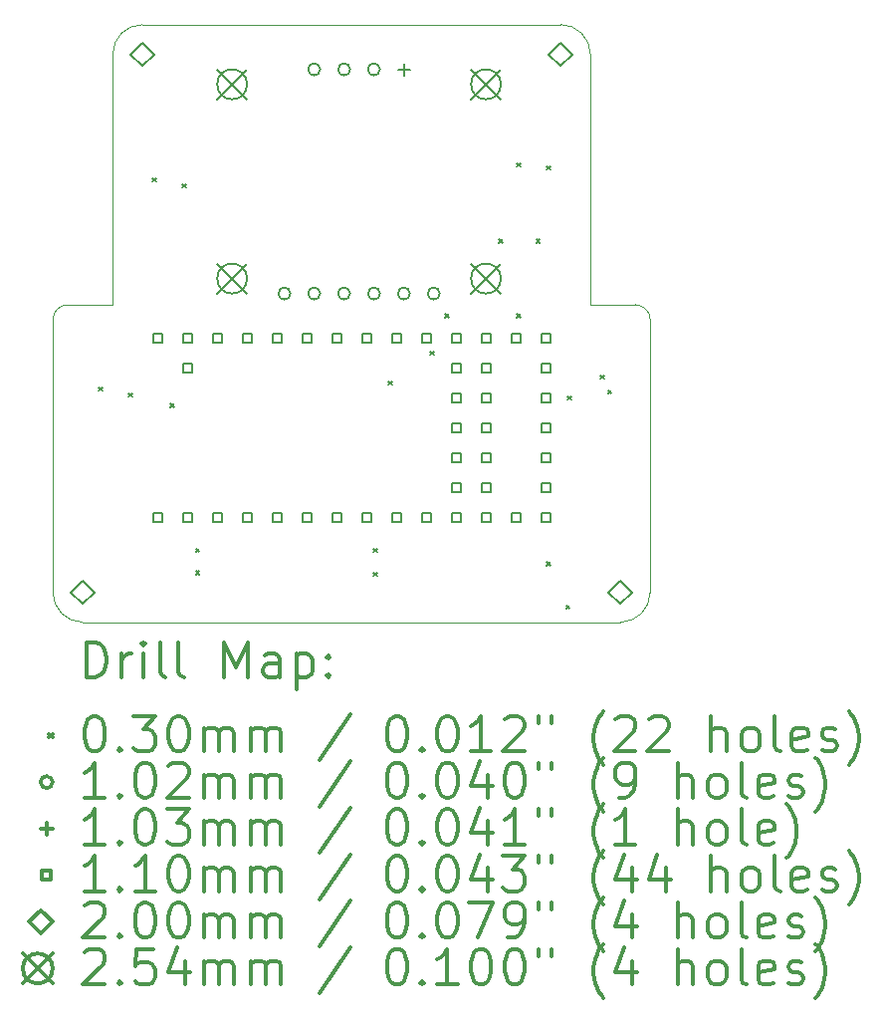
<source format=gbr>
%FSLAX45Y45*%
G04 Gerber Fmt 4.5, Leading zero omitted, Abs format (unit mm)*
G04 Created by KiCad (PCBNEW (5.1.9)-1) date 2021-04-18 01:51:20*
%MOMM*%
%LPD*%
G01*
G04 APERTURE LIST*
%TA.AperFunction,Profile*%
%ADD10C,0.050000*%
%TD*%
%ADD11C,0.200000*%
%ADD12C,0.300000*%
G04 APERTURE END LIST*
D10*
X12954000Y-7842250D02*
X12954000Y-10160000D01*
X8382000Y-7715250D02*
X8382000Y-5588000D01*
X12700000Y-10414000D02*
X8128000Y-10414000D01*
X12827000Y-7715250D02*
G75*
G02*
X12954000Y-7842250I0J-127000D01*
G01*
X8382000Y-5588000D02*
G75*
G02*
X8636000Y-5334000I254000J0D01*
G01*
X12446000Y-5588000D02*
X12446000Y-7715250D01*
X7874000Y-10160000D02*
X7874000Y-7842250D01*
X12192000Y-5334000D02*
G75*
G02*
X12446000Y-5588000I0J-254000D01*
G01*
X8001000Y-7715250D02*
X8382000Y-7715250D01*
X8128000Y-10414000D02*
G75*
G02*
X7874000Y-10160000I0J254000D01*
G01*
X12446000Y-7715250D02*
X12827000Y-7715250D01*
X7874000Y-7842250D02*
G75*
G02*
X8001000Y-7715250I127000J0D01*
G01*
X8636000Y-5334000D02*
X12192000Y-5334000D01*
X12954000Y-10160000D02*
G75*
G02*
X12700000Y-10414000I-254000J0D01*
G01*
D11*
X8265400Y-8417800D02*
X8295400Y-8447800D01*
X8295400Y-8417800D02*
X8265400Y-8447800D01*
X8519400Y-8468600D02*
X8549400Y-8498600D01*
X8549400Y-8468600D02*
X8519400Y-8498600D01*
X8722600Y-6639800D02*
X8752600Y-6669800D01*
X8752600Y-6639800D02*
X8722600Y-6669800D01*
X8875000Y-8557500D02*
X8905000Y-8587500D01*
X8905000Y-8557500D02*
X8875000Y-8587500D01*
X8974716Y-6690600D02*
X9004716Y-6720600D01*
X9004716Y-6690600D02*
X8974716Y-6720600D01*
X9090900Y-9979900D02*
X9120900Y-10009900D01*
X9120900Y-9979900D02*
X9090900Y-10009900D01*
X9090901Y-9789400D02*
X9120901Y-9819400D01*
X9120901Y-9789400D02*
X9090901Y-9819400D01*
X10602200Y-9789400D02*
X10632200Y-9819400D01*
X10632200Y-9789400D02*
X10602200Y-9819400D01*
X10602200Y-9992600D02*
X10632200Y-10022600D01*
X10632200Y-9992600D02*
X10602200Y-10022600D01*
X10729200Y-8365100D02*
X10759200Y-8395100D01*
X10759200Y-8365100D02*
X10729200Y-8395100D01*
X11084800Y-8113000D02*
X11114800Y-8143000D01*
X11114800Y-8113000D02*
X11084800Y-8143000D01*
X11211800Y-7795500D02*
X11241800Y-7825500D01*
X11241800Y-7795500D02*
X11211800Y-7825500D01*
X11669000Y-7160500D02*
X11699000Y-7190500D01*
X11699000Y-7160500D02*
X11669000Y-7190500D01*
X11821400Y-6512800D02*
X11851400Y-6542800D01*
X11851400Y-6512800D02*
X11821400Y-6542800D01*
X11821400Y-7795500D02*
X11851400Y-7825500D01*
X11851400Y-7795500D02*
X11821400Y-7825500D01*
X11986500Y-7160500D02*
X12016500Y-7190500D01*
X12016500Y-7160500D02*
X11986500Y-7190500D01*
X12075400Y-6538200D02*
X12105400Y-6568200D01*
X12105400Y-6538200D02*
X12075400Y-6568200D01*
X12075400Y-9903699D02*
X12105400Y-9933699D01*
X12105400Y-9903699D02*
X12075400Y-9933699D01*
X12240501Y-10272000D02*
X12270501Y-10302000D01*
X12270501Y-10272000D02*
X12240501Y-10302000D01*
X12253200Y-8494000D02*
X12283200Y-8524000D01*
X12283200Y-8494000D02*
X12253200Y-8524000D01*
X12532600Y-8316200D02*
X12562600Y-8346200D01*
X12562600Y-8316200D02*
X12532600Y-8346200D01*
X12596100Y-8443200D02*
X12626100Y-8473200D01*
X12626100Y-8443200D02*
X12596100Y-8473200D01*
X9894000Y-7620000D02*
G75*
G03*
X9894000Y-7620000I-51000J0D01*
G01*
X10147000Y-5715000D02*
G75*
G03*
X10147000Y-5715000I-51000J0D01*
G01*
X10147000Y-7620000D02*
G75*
G03*
X10147000Y-7620000I-51000J0D01*
G01*
X10401000Y-7620000D02*
G75*
G03*
X10401000Y-7620000I-51000J0D01*
G01*
X10402000Y-5715000D02*
G75*
G03*
X10402000Y-5715000I-51000J0D01*
G01*
X10655000Y-5715000D02*
G75*
G03*
X10655000Y-5715000I-51000J0D01*
G01*
X10656000Y-7620000D02*
G75*
G03*
X10656000Y-7620000I-51000J0D01*
G01*
X10910000Y-7620000D02*
G75*
G03*
X10910000Y-7620000I-51000J0D01*
G01*
X11164000Y-7620000D02*
G75*
G03*
X11164000Y-7620000I-51000J0D01*
G01*
X10859000Y-5663500D02*
X10859000Y-5766500D01*
X10807500Y-5715000D02*
X10910500Y-5715000D01*
X8801891Y-8039891D02*
X8801891Y-7962109D01*
X8724109Y-7962109D01*
X8724109Y-8039891D01*
X8801891Y-8039891D01*
X8801891Y-9563891D02*
X8801891Y-9486109D01*
X8724109Y-9486109D01*
X8724109Y-9563891D01*
X8801891Y-9563891D01*
X9055891Y-8039891D02*
X9055891Y-7962109D01*
X8978109Y-7962109D01*
X8978109Y-8039891D01*
X9055891Y-8039891D01*
X9055891Y-8293891D02*
X9055891Y-8216109D01*
X8978109Y-8216109D01*
X8978109Y-8293891D01*
X9055891Y-8293891D01*
X9055891Y-9563891D02*
X9055891Y-9486109D01*
X8978109Y-9486109D01*
X8978109Y-9563891D01*
X9055891Y-9563891D01*
X9309891Y-8039891D02*
X9309891Y-7962109D01*
X9232109Y-7962109D01*
X9232109Y-8039891D01*
X9309891Y-8039891D01*
X9309891Y-9563891D02*
X9309891Y-9486109D01*
X9232109Y-9486109D01*
X9232109Y-9563891D01*
X9309891Y-9563891D01*
X9563891Y-8039891D02*
X9563891Y-7962109D01*
X9486109Y-7962109D01*
X9486109Y-8039891D01*
X9563891Y-8039891D01*
X9563891Y-9563891D02*
X9563891Y-9486109D01*
X9486109Y-9486109D01*
X9486109Y-9563891D01*
X9563891Y-9563891D01*
X9817891Y-8039891D02*
X9817891Y-7962109D01*
X9740109Y-7962109D01*
X9740109Y-8039891D01*
X9817891Y-8039891D01*
X9817891Y-9563891D02*
X9817891Y-9486109D01*
X9740109Y-9486109D01*
X9740109Y-9563891D01*
X9817891Y-9563891D01*
X10071891Y-8039891D02*
X10071891Y-7962109D01*
X9994109Y-7962109D01*
X9994109Y-8039891D01*
X10071891Y-8039891D01*
X10071891Y-9563891D02*
X10071891Y-9486109D01*
X9994109Y-9486109D01*
X9994109Y-9563891D01*
X10071891Y-9563891D01*
X10325891Y-8039891D02*
X10325891Y-7962109D01*
X10248109Y-7962109D01*
X10248109Y-8039891D01*
X10325891Y-8039891D01*
X10325891Y-9563891D02*
X10325891Y-9486109D01*
X10248109Y-9486109D01*
X10248109Y-9563891D01*
X10325891Y-9563891D01*
X10579891Y-8039891D02*
X10579891Y-7962109D01*
X10502109Y-7962109D01*
X10502109Y-8039891D01*
X10579891Y-8039891D01*
X10579891Y-9563891D02*
X10579891Y-9486109D01*
X10502109Y-9486109D01*
X10502109Y-9563891D01*
X10579891Y-9563891D01*
X10833891Y-8039891D02*
X10833891Y-7962109D01*
X10756109Y-7962109D01*
X10756109Y-8039891D01*
X10833891Y-8039891D01*
X10833891Y-9563891D02*
X10833891Y-9486109D01*
X10756109Y-9486109D01*
X10756109Y-9563891D01*
X10833891Y-9563891D01*
X11087891Y-8039891D02*
X11087891Y-7962109D01*
X11010109Y-7962109D01*
X11010109Y-8039891D01*
X11087891Y-8039891D01*
X11087891Y-9563891D02*
X11087891Y-9486109D01*
X11010109Y-9486109D01*
X11010109Y-9563891D01*
X11087891Y-9563891D01*
X11341891Y-8039891D02*
X11341891Y-7962109D01*
X11264109Y-7962109D01*
X11264109Y-8039891D01*
X11341891Y-8039891D01*
X11341891Y-8293891D02*
X11341891Y-8216109D01*
X11264109Y-8216109D01*
X11264109Y-8293891D01*
X11341891Y-8293891D01*
X11341891Y-8547891D02*
X11341891Y-8470109D01*
X11264109Y-8470109D01*
X11264109Y-8547891D01*
X11341891Y-8547891D01*
X11341891Y-8801891D02*
X11341891Y-8724109D01*
X11264109Y-8724109D01*
X11264109Y-8801891D01*
X11341891Y-8801891D01*
X11341891Y-9055891D02*
X11341891Y-8978109D01*
X11264109Y-8978109D01*
X11264109Y-9055891D01*
X11341891Y-9055891D01*
X11341891Y-9309891D02*
X11341891Y-9232109D01*
X11264109Y-9232109D01*
X11264109Y-9309891D01*
X11341891Y-9309891D01*
X11341891Y-9563891D02*
X11341891Y-9486109D01*
X11264109Y-9486109D01*
X11264109Y-9563891D01*
X11341891Y-9563891D01*
X11595891Y-8039891D02*
X11595891Y-7962109D01*
X11518109Y-7962109D01*
X11518109Y-8039891D01*
X11595891Y-8039891D01*
X11595891Y-8293891D02*
X11595891Y-8216109D01*
X11518109Y-8216109D01*
X11518109Y-8293891D01*
X11595891Y-8293891D01*
X11595891Y-8547891D02*
X11595891Y-8470109D01*
X11518109Y-8470109D01*
X11518109Y-8547891D01*
X11595891Y-8547891D01*
X11595891Y-8801891D02*
X11595891Y-8724109D01*
X11518109Y-8724109D01*
X11518109Y-8801891D01*
X11595891Y-8801891D01*
X11595891Y-9055891D02*
X11595891Y-8978109D01*
X11518109Y-8978109D01*
X11518109Y-9055891D01*
X11595891Y-9055891D01*
X11595891Y-9309891D02*
X11595891Y-9232109D01*
X11518109Y-9232109D01*
X11518109Y-9309891D01*
X11595891Y-9309891D01*
X11595891Y-9563891D02*
X11595891Y-9486109D01*
X11518109Y-9486109D01*
X11518109Y-9563891D01*
X11595891Y-9563891D01*
X11849891Y-8039891D02*
X11849891Y-7962109D01*
X11772109Y-7962109D01*
X11772109Y-8039891D01*
X11849891Y-8039891D01*
X11849891Y-9563891D02*
X11849891Y-9486109D01*
X11772109Y-9486109D01*
X11772109Y-9563891D01*
X11849891Y-9563891D01*
X12103891Y-8039891D02*
X12103891Y-7962109D01*
X12026109Y-7962109D01*
X12026109Y-8039891D01*
X12103891Y-8039891D01*
X12103891Y-8293891D02*
X12103891Y-8216109D01*
X12026109Y-8216109D01*
X12026109Y-8293891D01*
X12103891Y-8293891D01*
X12103891Y-8547891D02*
X12103891Y-8470109D01*
X12026109Y-8470109D01*
X12026109Y-8547891D01*
X12103891Y-8547891D01*
X12103891Y-8801891D02*
X12103891Y-8724109D01*
X12026109Y-8724109D01*
X12026109Y-8801891D01*
X12103891Y-8801891D01*
X12103891Y-9055891D02*
X12103891Y-8978109D01*
X12026109Y-8978109D01*
X12026109Y-9055891D01*
X12103891Y-9055891D01*
X12103891Y-9309891D02*
X12103891Y-9232109D01*
X12026109Y-9232109D01*
X12026109Y-9309891D01*
X12103891Y-9309891D01*
X12103891Y-9563891D02*
X12103891Y-9486109D01*
X12026109Y-9486109D01*
X12026109Y-9563891D01*
X12103891Y-9563891D01*
X8128000Y-10260000D02*
X8228000Y-10160000D01*
X8128000Y-10060000D01*
X8028000Y-10160000D01*
X8128000Y-10260000D01*
X8636000Y-5688000D02*
X8736000Y-5588000D01*
X8636000Y-5488000D01*
X8536000Y-5588000D01*
X8636000Y-5688000D01*
X12192000Y-5688000D02*
X12292000Y-5588000D01*
X12192000Y-5488000D01*
X12092000Y-5588000D01*
X12192000Y-5688000D01*
X12700000Y-10260000D02*
X12800000Y-10160000D01*
X12700000Y-10060000D01*
X12600000Y-10160000D01*
X12700000Y-10260000D01*
X9271000Y-5715000D02*
X9525000Y-5969000D01*
X9525000Y-5715000D02*
X9271000Y-5969000D01*
X9525000Y-5842000D02*
G75*
G03*
X9525000Y-5842000I-127000J0D01*
G01*
X9271000Y-7366000D02*
X9525000Y-7620000D01*
X9525000Y-7366000D02*
X9271000Y-7620000D01*
X9525000Y-7493000D02*
G75*
G03*
X9525000Y-7493000I-127000J0D01*
G01*
X11430000Y-5715000D02*
X11684000Y-5969000D01*
X11684000Y-5715000D02*
X11430000Y-5969000D01*
X11684000Y-5842000D02*
G75*
G03*
X11684000Y-5842000I-127000J0D01*
G01*
X11430000Y-7366000D02*
X11684000Y-7620000D01*
X11684000Y-7366000D02*
X11430000Y-7620000D01*
X11684000Y-7493000D02*
G75*
G03*
X11684000Y-7493000I-127000J0D01*
G01*
D12*
X8157928Y-10882214D02*
X8157928Y-10582214D01*
X8229357Y-10582214D01*
X8272214Y-10596500D01*
X8300786Y-10625072D01*
X8315071Y-10653643D01*
X8329357Y-10710786D01*
X8329357Y-10753643D01*
X8315071Y-10810786D01*
X8300786Y-10839357D01*
X8272214Y-10867929D01*
X8229357Y-10882214D01*
X8157928Y-10882214D01*
X8457929Y-10882214D02*
X8457929Y-10682214D01*
X8457929Y-10739357D02*
X8472214Y-10710786D01*
X8486500Y-10696500D01*
X8515071Y-10682214D01*
X8543643Y-10682214D01*
X8643643Y-10882214D02*
X8643643Y-10682214D01*
X8643643Y-10582214D02*
X8629357Y-10596500D01*
X8643643Y-10610786D01*
X8657929Y-10596500D01*
X8643643Y-10582214D01*
X8643643Y-10610786D01*
X8829357Y-10882214D02*
X8800786Y-10867929D01*
X8786500Y-10839357D01*
X8786500Y-10582214D01*
X8986500Y-10882214D02*
X8957929Y-10867929D01*
X8943643Y-10839357D01*
X8943643Y-10582214D01*
X9329357Y-10882214D02*
X9329357Y-10582214D01*
X9429357Y-10796500D01*
X9529357Y-10582214D01*
X9529357Y-10882214D01*
X9800786Y-10882214D02*
X9800786Y-10725072D01*
X9786500Y-10696500D01*
X9757929Y-10682214D01*
X9700786Y-10682214D01*
X9672214Y-10696500D01*
X9800786Y-10867929D02*
X9772214Y-10882214D01*
X9700786Y-10882214D01*
X9672214Y-10867929D01*
X9657929Y-10839357D01*
X9657929Y-10810786D01*
X9672214Y-10782214D01*
X9700786Y-10767929D01*
X9772214Y-10767929D01*
X9800786Y-10753643D01*
X9943643Y-10682214D02*
X9943643Y-10982214D01*
X9943643Y-10696500D02*
X9972214Y-10682214D01*
X10029357Y-10682214D01*
X10057929Y-10696500D01*
X10072214Y-10710786D01*
X10086500Y-10739357D01*
X10086500Y-10825072D01*
X10072214Y-10853643D01*
X10057929Y-10867929D01*
X10029357Y-10882214D01*
X9972214Y-10882214D01*
X9943643Y-10867929D01*
X10215071Y-10853643D02*
X10229357Y-10867929D01*
X10215071Y-10882214D01*
X10200786Y-10867929D01*
X10215071Y-10853643D01*
X10215071Y-10882214D01*
X10215071Y-10696500D02*
X10229357Y-10710786D01*
X10215071Y-10725072D01*
X10200786Y-10710786D01*
X10215071Y-10696500D01*
X10215071Y-10725072D01*
X7841500Y-11361500D02*
X7871500Y-11391500D01*
X7871500Y-11361500D02*
X7841500Y-11391500D01*
X8215071Y-11212214D02*
X8243643Y-11212214D01*
X8272214Y-11226500D01*
X8286500Y-11240786D01*
X8300786Y-11269357D01*
X8315071Y-11326500D01*
X8315071Y-11397929D01*
X8300786Y-11455071D01*
X8286500Y-11483643D01*
X8272214Y-11497929D01*
X8243643Y-11512214D01*
X8215071Y-11512214D01*
X8186500Y-11497929D01*
X8172214Y-11483643D01*
X8157928Y-11455071D01*
X8143643Y-11397929D01*
X8143643Y-11326500D01*
X8157928Y-11269357D01*
X8172214Y-11240786D01*
X8186500Y-11226500D01*
X8215071Y-11212214D01*
X8443643Y-11483643D02*
X8457929Y-11497929D01*
X8443643Y-11512214D01*
X8429357Y-11497929D01*
X8443643Y-11483643D01*
X8443643Y-11512214D01*
X8557929Y-11212214D02*
X8743643Y-11212214D01*
X8643643Y-11326500D01*
X8686500Y-11326500D01*
X8715071Y-11340786D01*
X8729357Y-11355071D01*
X8743643Y-11383643D01*
X8743643Y-11455071D01*
X8729357Y-11483643D01*
X8715071Y-11497929D01*
X8686500Y-11512214D01*
X8600786Y-11512214D01*
X8572214Y-11497929D01*
X8557929Y-11483643D01*
X8929357Y-11212214D02*
X8957929Y-11212214D01*
X8986500Y-11226500D01*
X9000786Y-11240786D01*
X9015071Y-11269357D01*
X9029357Y-11326500D01*
X9029357Y-11397929D01*
X9015071Y-11455071D01*
X9000786Y-11483643D01*
X8986500Y-11497929D01*
X8957929Y-11512214D01*
X8929357Y-11512214D01*
X8900786Y-11497929D01*
X8886500Y-11483643D01*
X8872214Y-11455071D01*
X8857929Y-11397929D01*
X8857929Y-11326500D01*
X8872214Y-11269357D01*
X8886500Y-11240786D01*
X8900786Y-11226500D01*
X8929357Y-11212214D01*
X9157929Y-11512214D02*
X9157929Y-11312214D01*
X9157929Y-11340786D02*
X9172214Y-11326500D01*
X9200786Y-11312214D01*
X9243643Y-11312214D01*
X9272214Y-11326500D01*
X9286500Y-11355071D01*
X9286500Y-11512214D01*
X9286500Y-11355071D02*
X9300786Y-11326500D01*
X9329357Y-11312214D01*
X9372214Y-11312214D01*
X9400786Y-11326500D01*
X9415071Y-11355071D01*
X9415071Y-11512214D01*
X9557929Y-11512214D02*
X9557929Y-11312214D01*
X9557929Y-11340786D02*
X9572214Y-11326500D01*
X9600786Y-11312214D01*
X9643643Y-11312214D01*
X9672214Y-11326500D01*
X9686500Y-11355071D01*
X9686500Y-11512214D01*
X9686500Y-11355071D02*
X9700786Y-11326500D01*
X9729357Y-11312214D01*
X9772214Y-11312214D01*
X9800786Y-11326500D01*
X9815071Y-11355071D01*
X9815071Y-11512214D01*
X10400786Y-11197929D02*
X10143643Y-11583643D01*
X10786500Y-11212214D02*
X10815071Y-11212214D01*
X10843643Y-11226500D01*
X10857929Y-11240786D01*
X10872214Y-11269357D01*
X10886500Y-11326500D01*
X10886500Y-11397929D01*
X10872214Y-11455071D01*
X10857929Y-11483643D01*
X10843643Y-11497929D01*
X10815071Y-11512214D01*
X10786500Y-11512214D01*
X10757929Y-11497929D01*
X10743643Y-11483643D01*
X10729357Y-11455071D01*
X10715071Y-11397929D01*
X10715071Y-11326500D01*
X10729357Y-11269357D01*
X10743643Y-11240786D01*
X10757929Y-11226500D01*
X10786500Y-11212214D01*
X11015071Y-11483643D02*
X11029357Y-11497929D01*
X11015071Y-11512214D01*
X11000786Y-11497929D01*
X11015071Y-11483643D01*
X11015071Y-11512214D01*
X11215071Y-11212214D02*
X11243643Y-11212214D01*
X11272214Y-11226500D01*
X11286500Y-11240786D01*
X11300786Y-11269357D01*
X11315071Y-11326500D01*
X11315071Y-11397929D01*
X11300786Y-11455071D01*
X11286500Y-11483643D01*
X11272214Y-11497929D01*
X11243643Y-11512214D01*
X11215071Y-11512214D01*
X11186500Y-11497929D01*
X11172214Y-11483643D01*
X11157929Y-11455071D01*
X11143643Y-11397929D01*
X11143643Y-11326500D01*
X11157929Y-11269357D01*
X11172214Y-11240786D01*
X11186500Y-11226500D01*
X11215071Y-11212214D01*
X11600786Y-11512214D02*
X11429357Y-11512214D01*
X11515071Y-11512214D02*
X11515071Y-11212214D01*
X11486500Y-11255071D01*
X11457928Y-11283643D01*
X11429357Y-11297929D01*
X11715071Y-11240786D02*
X11729357Y-11226500D01*
X11757928Y-11212214D01*
X11829357Y-11212214D01*
X11857928Y-11226500D01*
X11872214Y-11240786D01*
X11886500Y-11269357D01*
X11886500Y-11297929D01*
X11872214Y-11340786D01*
X11700786Y-11512214D01*
X11886500Y-11512214D01*
X12000786Y-11212214D02*
X12000786Y-11269357D01*
X12115071Y-11212214D02*
X12115071Y-11269357D01*
X12557928Y-11626500D02*
X12543643Y-11612214D01*
X12515071Y-11569357D01*
X12500786Y-11540786D01*
X12486500Y-11497929D01*
X12472214Y-11426500D01*
X12472214Y-11369357D01*
X12486500Y-11297929D01*
X12500786Y-11255071D01*
X12515071Y-11226500D01*
X12543643Y-11183643D01*
X12557928Y-11169357D01*
X12657928Y-11240786D02*
X12672214Y-11226500D01*
X12700786Y-11212214D01*
X12772214Y-11212214D01*
X12800786Y-11226500D01*
X12815071Y-11240786D01*
X12829357Y-11269357D01*
X12829357Y-11297929D01*
X12815071Y-11340786D01*
X12643643Y-11512214D01*
X12829357Y-11512214D01*
X12943643Y-11240786D02*
X12957928Y-11226500D01*
X12986500Y-11212214D01*
X13057928Y-11212214D01*
X13086500Y-11226500D01*
X13100786Y-11240786D01*
X13115071Y-11269357D01*
X13115071Y-11297929D01*
X13100786Y-11340786D01*
X12929357Y-11512214D01*
X13115071Y-11512214D01*
X13472214Y-11512214D02*
X13472214Y-11212214D01*
X13600786Y-11512214D02*
X13600786Y-11355071D01*
X13586500Y-11326500D01*
X13557928Y-11312214D01*
X13515071Y-11312214D01*
X13486500Y-11326500D01*
X13472214Y-11340786D01*
X13786500Y-11512214D02*
X13757928Y-11497929D01*
X13743643Y-11483643D01*
X13729357Y-11455071D01*
X13729357Y-11369357D01*
X13743643Y-11340786D01*
X13757928Y-11326500D01*
X13786500Y-11312214D01*
X13829357Y-11312214D01*
X13857928Y-11326500D01*
X13872214Y-11340786D01*
X13886500Y-11369357D01*
X13886500Y-11455071D01*
X13872214Y-11483643D01*
X13857928Y-11497929D01*
X13829357Y-11512214D01*
X13786500Y-11512214D01*
X14057928Y-11512214D02*
X14029357Y-11497929D01*
X14015071Y-11469357D01*
X14015071Y-11212214D01*
X14286500Y-11497929D02*
X14257928Y-11512214D01*
X14200786Y-11512214D01*
X14172214Y-11497929D01*
X14157928Y-11469357D01*
X14157928Y-11355071D01*
X14172214Y-11326500D01*
X14200786Y-11312214D01*
X14257928Y-11312214D01*
X14286500Y-11326500D01*
X14300786Y-11355071D01*
X14300786Y-11383643D01*
X14157928Y-11412214D01*
X14415071Y-11497929D02*
X14443643Y-11512214D01*
X14500786Y-11512214D01*
X14529357Y-11497929D01*
X14543643Y-11469357D01*
X14543643Y-11455071D01*
X14529357Y-11426500D01*
X14500786Y-11412214D01*
X14457928Y-11412214D01*
X14429357Y-11397929D01*
X14415071Y-11369357D01*
X14415071Y-11355071D01*
X14429357Y-11326500D01*
X14457928Y-11312214D01*
X14500786Y-11312214D01*
X14529357Y-11326500D01*
X14643643Y-11626500D02*
X14657928Y-11612214D01*
X14686500Y-11569357D01*
X14700786Y-11540786D01*
X14715071Y-11497929D01*
X14729357Y-11426500D01*
X14729357Y-11369357D01*
X14715071Y-11297929D01*
X14700786Y-11255071D01*
X14686500Y-11226500D01*
X14657928Y-11183643D01*
X14643643Y-11169357D01*
X7871500Y-11772500D02*
G75*
G03*
X7871500Y-11772500I-51000J0D01*
G01*
X8315071Y-11908214D02*
X8143643Y-11908214D01*
X8229357Y-11908214D02*
X8229357Y-11608214D01*
X8200786Y-11651071D01*
X8172214Y-11679643D01*
X8143643Y-11693929D01*
X8443643Y-11879643D02*
X8457929Y-11893929D01*
X8443643Y-11908214D01*
X8429357Y-11893929D01*
X8443643Y-11879643D01*
X8443643Y-11908214D01*
X8643643Y-11608214D02*
X8672214Y-11608214D01*
X8700786Y-11622500D01*
X8715071Y-11636786D01*
X8729357Y-11665357D01*
X8743643Y-11722500D01*
X8743643Y-11793929D01*
X8729357Y-11851071D01*
X8715071Y-11879643D01*
X8700786Y-11893929D01*
X8672214Y-11908214D01*
X8643643Y-11908214D01*
X8615071Y-11893929D01*
X8600786Y-11879643D01*
X8586500Y-11851071D01*
X8572214Y-11793929D01*
X8572214Y-11722500D01*
X8586500Y-11665357D01*
X8600786Y-11636786D01*
X8615071Y-11622500D01*
X8643643Y-11608214D01*
X8857929Y-11636786D02*
X8872214Y-11622500D01*
X8900786Y-11608214D01*
X8972214Y-11608214D01*
X9000786Y-11622500D01*
X9015071Y-11636786D01*
X9029357Y-11665357D01*
X9029357Y-11693929D01*
X9015071Y-11736786D01*
X8843643Y-11908214D01*
X9029357Y-11908214D01*
X9157929Y-11908214D02*
X9157929Y-11708214D01*
X9157929Y-11736786D02*
X9172214Y-11722500D01*
X9200786Y-11708214D01*
X9243643Y-11708214D01*
X9272214Y-11722500D01*
X9286500Y-11751071D01*
X9286500Y-11908214D01*
X9286500Y-11751071D02*
X9300786Y-11722500D01*
X9329357Y-11708214D01*
X9372214Y-11708214D01*
X9400786Y-11722500D01*
X9415071Y-11751071D01*
X9415071Y-11908214D01*
X9557929Y-11908214D02*
X9557929Y-11708214D01*
X9557929Y-11736786D02*
X9572214Y-11722500D01*
X9600786Y-11708214D01*
X9643643Y-11708214D01*
X9672214Y-11722500D01*
X9686500Y-11751071D01*
X9686500Y-11908214D01*
X9686500Y-11751071D02*
X9700786Y-11722500D01*
X9729357Y-11708214D01*
X9772214Y-11708214D01*
X9800786Y-11722500D01*
X9815071Y-11751071D01*
X9815071Y-11908214D01*
X10400786Y-11593929D02*
X10143643Y-11979643D01*
X10786500Y-11608214D02*
X10815071Y-11608214D01*
X10843643Y-11622500D01*
X10857929Y-11636786D01*
X10872214Y-11665357D01*
X10886500Y-11722500D01*
X10886500Y-11793929D01*
X10872214Y-11851071D01*
X10857929Y-11879643D01*
X10843643Y-11893929D01*
X10815071Y-11908214D01*
X10786500Y-11908214D01*
X10757929Y-11893929D01*
X10743643Y-11879643D01*
X10729357Y-11851071D01*
X10715071Y-11793929D01*
X10715071Y-11722500D01*
X10729357Y-11665357D01*
X10743643Y-11636786D01*
X10757929Y-11622500D01*
X10786500Y-11608214D01*
X11015071Y-11879643D02*
X11029357Y-11893929D01*
X11015071Y-11908214D01*
X11000786Y-11893929D01*
X11015071Y-11879643D01*
X11015071Y-11908214D01*
X11215071Y-11608214D02*
X11243643Y-11608214D01*
X11272214Y-11622500D01*
X11286500Y-11636786D01*
X11300786Y-11665357D01*
X11315071Y-11722500D01*
X11315071Y-11793929D01*
X11300786Y-11851071D01*
X11286500Y-11879643D01*
X11272214Y-11893929D01*
X11243643Y-11908214D01*
X11215071Y-11908214D01*
X11186500Y-11893929D01*
X11172214Y-11879643D01*
X11157929Y-11851071D01*
X11143643Y-11793929D01*
X11143643Y-11722500D01*
X11157929Y-11665357D01*
X11172214Y-11636786D01*
X11186500Y-11622500D01*
X11215071Y-11608214D01*
X11572214Y-11708214D02*
X11572214Y-11908214D01*
X11500786Y-11593929D02*
X11429357Y-11808214D01*
X11615071Y-11808214D01*
X11786500Y-11608214D02*
X11815071Y-11608214D01*
X11843643Y-11622500D01*
X11857928Y-11636786D01*
X11872214Y-11665357D01*
X11886500Y-11722500D01*
X11886500Y-11793929D01*
X11872214Y-11851071D01*
X11857928Y-11879643D01*
X11843643Y-11893929D01*
X11815071Y-11908214D01*
X11786500Y-11908214D01*
X11757928Y-11893929D01*
X11743643Y-11879643D01*
X11729357Y-11851071D01*
X11715071Y-11793929D01*
X11715071Y-11722500D01*
X11729357Y-11665357D01*
X11743643Y-11636786D01*
X11757928Y-11622500D01*
X11786500Y-11608214D01*
X12000786Y-11608214D02*
X12000786Y-11665357D01*
X12115071Y-11608214D02*
X12115071Y-11665357D01*
X12557928Y-12022500D02*
X12543643Y-12008214D01*
X12515071Y-11965357D01*
X12500786Y-11936786D01*
X12486500Y-11893929D01*
X12472214Y-11822500D01*
X12472214Y-11765357D01*
X12486500Y-11693929D01*
X12500786Y-11651071D01*
X12515071Y-11622500D01*
X12543643Y-11579643D01*
X12557928Y-11565357D01*
X12686500Y-11908214D02*
X12743643Y-11908214D01*
X12772214Y-11893929D01*
X12786500Y-11879643D01*
X12815071Y-11836786D01*
X12829357Y-11779643D01*
X12829357Y-11665357D01*
X12815071Y-11636786D01*
X12800786Y-11622500D01*
X12772214Y-11608214D01*
X12715071Y-11608214D01*
X12686500Y-11622500D01*
X12672214Y-11636786D01*
X12657928Y-11665357D01*
X12657928Y-11736786D01*
X12672214Y-11765357D01*
X12686500Y-11779643D01*
X12715071Y-11793929D01*
X12772214Y-11793929D01*
X12800786Y-11779643D01*
X12815071Y-11765357D01*
X12829357Y-11736786D01*
X13186500Y-11908214D02*
X13186500Y-11608214D01*
X13315071Y-11908214D02*
X13315071Y-11751071D01*
X13300786Y-11722500D01*
X13272214Y-11708214D01*
X13229357Y-11708214D01*
X13200786Y-11722500D01*
X13186500Y-11736786D01*
X13500786Y-11908214D02*
X13472214Y-11893929D01*
X13457928Y-11879643D01*
X13443643Y-11851071D01*
X13443643Y-11765357D01*
X13457928Y-11736786D01*
X13472214Y-11722500D01*
X13500786Y-11708214D01*
X13543643Y-11708214D01*
X13572214Y-11722500D01*
X13586500Y-11736786D01*
X13600786Y-11765357D01*
X13600786Y-11851071D01*
X13586500Y-11879643D01*
X13572214Y-11893929D01*
X13543643Y-11908214D01*
X13500786Y-11908214D01*
X13772214Y-11908214D02*
X13743643Y-11893929D01*
X13729357Y-11865357D01*
X13729357Y-11608214D01*
X14000786Y-11893929D02*
X13972214Y-11908214D01*
X13915071Y-11908214D01*
X13886500Y-11893929D01*
X13872214Y-11865357D01*
X13872214Y-11751071D01*
X13886500Y-11722500D01*
X13915071Y-11708214D01*
X13972214Y-11708214D01*
X14000786Y-11722500D01*
X14015071Y-11751071D01*
X14015071Y-11779643D01*
X13872214Y-11808214D01*
X14129357Y-11893929D02*
X14157928Y-11908214D01*
X14215071Y-11908214D01*
X14243643Y-11893929D01*
X14257928Y-11865357D01*
X14257928Y-11851071D01*
X14243643Y-11822500D01*
X14215071Y-11808214D01*
X14172214Y-11808214D01*
X14143643Y-11793929D01*
X14129357Y-11765357D01*
X14129357Y-11751071D01*
X14143643Y-11722500D01*
X14172214Y-11708214D01*
X14215071Y-11708214D01*
X14243643Y-11722500D01*
X14357928Y-12022500D02*
X14372214Y-12008214D01*
X14400786Y-11965357D01*
X14415071Y-11936786D01*
X14429357Y-11893929D01*
X14443643Y-11822500D01*
X14443643Y-11765357D01*
X14429357Y-11693929D01*
X14415071Y-11651071D01*
X14400786Y-11622500D01*
X14372214Y-11579643D01*
X14357928Y-11565357D01*
X7820000Y-12117000D02*
X7820000Y-12220000D01*
X7768500Y-12168500D02*
X7871500Y-12168500D01*
X8315071Y-12304214D02*
X8143643Y-12304214D01*
X8229357Y-12304214D02*
X8229357Y-12004214D01*
X8200786Y-12047071D01*
X8172214Y-12075643D01*
X8143643Y-12089929D01*
X8443643Y-12275643D02*
X8457929Y-12289929D01*
X8443643Y-12304214D01*
X8429357Y-12289929D01*
X8443643Y-12275643D01*
X8443643Y-12304214D01*
X8643643Y-12004214D02*
X8672214Y-12004214D01*
X8700786Y-12018500D01*
X8715071Y-12032786D01*
X8729357Y-12061357D01*
X8743643Y-12118500D01*
X8743643Y-12189929D01*
X8729357Y-12247071D01*
X8715071Y-12275643D01*
X8700786Y-12289929D01*
X8672214Y-12304214D01*
X8643643Y-12304214D01*
X8615071Y-12289929D01*
X8600786Y-12275643D01*
X8586500Y-12247071D01*
X8572214Y-12189929D01*
X8572214Y-12118500D01*
X8586500Y-12061357D01*
X8600786Y-12032786D01*
X8615071Y-12018500D01*
X8643643Y-12004214D01*
X8843643Y-12004214D02*
X9029357Y-12004214D01*
X8929357Y-12118500D01*
X8972214Y-12118500D01*
X9000786Y-12132786D01*
X9015071Y-12147071D01*
X9029357Y-12175643D01*
X9029357Y-12247071D01*
X9015071Y-12275643D01*
X9000786Y-12289929D01*
X8972214Y-12304214D01*
X8886500Y-12304214D01*
X8857929Y-12289929D01*
X8843643Y-12275643D01*
X9157929Y-12304214D02*
X9157929Y-12104214D01*
X9157929Y-12132786D02*
X9172214Y-12118500D01*
X9200786Y-12104214D01*
X9243643Y-12104214D01*
X9272214Y-12118500D01*
X9286500Y-12147071D01*
X9286500Y-12304214D01*
X9286500Y-12147071D02*
X9300786Y-12118500D01*
X9329357Y-12104214D01*
X9372214Y-12104214D01*
X9400786Y-12118500D01*
X9415071Y-12147071D01*
X9415071Y-12304214D01*
X9557929Y-12304214D02*
X9557929Y-12104214D01*
X9557929Y-12132786D02*
X9572214Y-12118500D01*
X9600786Y-12104214D01*
X9643643Y-12104214D01*
X9672214Y-12118500D01*
X9686500Y-12147071D01*
X9686500Y-12304214D01*
X9686500Y-12147071D02*
X9700786Y-12118500D01*
X9729357Y-12104214D01*
X9772214Y-12104214D01*
X9800786Y-12118500D01*
X9815071Y-12147071D01*
X9815071Y-12304214D01*
X10400786Y-11989929D02*
X10143643Y-12375643D01*
X10786500Y-12004214D02*
X10815071Y-12004214D01*
X10843643Y-12018500D01*
X10857929Y-12032786D01*
X10872214Y-12061357D01*
X10886500Y-12118500D01*
X10886500Y-12189929D01*
X10872214Y-12247071D01*
X10857929Y-12275643D01*
X10843643Y-12289929D01*
X10815071Y-12304214D01*
X10786500Y-12304214D01*
X10757929Y-12289929D01*
X10743643Y-12275643D01*
X10729357Y-12247071D01*
X10715071Y-12189929D01*
X10715071Y-12118500D01*
X10729357Y-12061357D01*
X10743643Y-12032786D01*
X10757929Y-12018500D01*
X10786500Y-12004214D01*
X11015071Y-12275643D02*
X11029357Y-12289929D01*
X11015071Y-12304214D01*
X11000786Y-12289929D01*
X11015071Y-12275643D01*
X11015071Y-12304214D01*
X11215071Y-12004214D02*
X11243643Y-12004214D01*
X11272214Y-12018500D01*
X11286500Y-12032786D01*
X11300786Y-12061357D01*
X11315071Y-12118500D01*
X11315071Y-12189929D01*
X11300786Y-12247071D01*
X11286500Y-12275643D01*
X11272214Y-12289929D01*
X11243643Y-12304214D01*
X11215071Y-12304214D01*
X11186500Y-12289929D01*
X11172214Y-12275643D01*
X11157929Y-12247071D01*
X11143643Y-12189929D01*
X11143643Y-12118500D01*
X11157929Y-12061357D01*
X11172214Y-12032786D01*
X11186500Y-12018500D01*
X11215071Y-12004214D01*
X11572214Y-12104214D02*
X11572214Y-12304214D01*
X11500786Y-11989929D02*
X11429357Y-12204214D01*
X11615071Y-12204214D01*
X11886500Y-12304214D02*
X11715071Y-12304214D01*
X11800786Y-12304214D02*
X11800786Y-12004214D01*
X11772214Y-12047071D01*
X11743643Y-12075643D01*
X11715071Y-12089929D01*
X12000786Y-12004214D02*
X12000786Y-12061357D01*
X12115071Y-12004214D02*
X12115071Y-12061357D01*
X12557928Y-12418500D02*
X12543643Y-12404214D01*
X12515071Y-12361357D01*
X12500786Y-12332786D01*
X12486500Y-12289929D01*
X12472214Y-12218500D01*
X12472214Y-12161357D01*
X12486500Y-12089929D01*
X12500786Y-12047071D01*
X12515071Y-12018500D01*
X12543643Y-11975643D01*
X12557928Y-11961357D01*
X12829357Y-12304214D02*
X12657928Y-12304214D01*
X12743643Y-12304214D02*
X12743643Y-12004214D01*
X12715071Y-12047071D01*
X12686500Y-12075643D01*
X12657928Y-12089929D01*
X13186500Y-12304214D02*
X13186500Y-12004214D01*
X13315071Y-12304214D02*
X13315071Y-12147071D01*
X13300786Y-12118500D01*
X13272214Y-12104214D01*
X13229357Y-12104214D01*
X13200786Y-12118500D01*
X13186500Y-12132786D01*
X13500786Y-12304214D02*
X13472214Y-12289929D01*
X13457928Y-12275643D01*
X13443643Y-12247071D01*
X13443643Y-12161357D01*
X13457928Y-12132786D01*
X13472214Y-12118500D01*
X13500786Y-12104214D01*
X13543643Y-12104214D01*
X13572214Y-12118500D01*
X13586500Y-12132786D01*
X13600786Y-12161357D01*
X13600786Y-12247071D01*
X13586500Y-12275643D01*
X13572214Y-12289929D01*
X13543643Y-12304214D01*
X13500786Y-12304214D01*
X13772214Y-12304214D02*
X13743643Y-12289929D01*
X13729357Y-12261357D01*
X13729357Y-12004214D01*
X14000786Y-12289929D02*
X13972214Y-12304214D01*
X13915071Y-12304214D01*
X13886500Y-12289929D01*
X13872214Y-12261357D01*
X13872214Y-12147071D01*
X13886500Y-12118500D01*
X13915071Y-12104214D01*
X13972214Y-12104214D01*
X14000786Y-12118500D01*
X14015071Y-12147071D01*
X14015071Y-12175643D01*
X13872214Y-12204214D01*
X14115071Y-12418500D02*
X14129357Y-12404214D01*
X14157928Y-12361357D01*
X14172214Y-12332786D01*
X14186500Y-12289929D01*
X14200786Y-12218500D01*
X14200786Y-12161357D01*
X14186500Y-12089929D01*
X14172214Y-12047071D01*
X14157928Y-12018500D01*
X14129357Y-11975643D01*
X14115071Y-11961357D01*
X7855391Y-12603391D02*
X7855391Y-12525609D01*
X7777609Y-12525609D01*
X7777609Y-12603391D01*
X7855391Y-12603391D01*
X8315071Y-12700214D02*
X8143643Y-12700214D01*
X8229357Y-12700214D02*
X8229357Y-12400214D01*
X8200786Y-12443071D01*
X8172214Y-12471643D01*
X8143643Y-12485929D01*
X8443643Y-12671643D02*
X8457929Y-12685929D01*
X8443643Y-12700214D01*
X8429357Y-12685929D01*
X8443643Y-12671643D01*
X8443643Y-12700214D01*
X8743643Y-12700214D02*
X8572214Y-12700214D01*
X8657929Y-12700214D02*
X8657929Y-12400214D01*
X8629357Y-12443071D01*
X8600786Y-12471643D01*
X8572214Y-12485929D01*
X8929357Y-12400214D02*
X8957929Y-12400214D01*
X8986500Y-12414500D01*
X9000786Y-12428786D01*
X9015071Y-12457357D01*
X9029357Y-12514500D01*
X9029357Y-12585929D01*
X9015071Y-12643071D01*
X9000786Y-12671643D01*
X8986500Y-12685929D01*
X8957929Y-12700214D01*
X8929357Y-12700214D01*
X8900786Y-12685929D01*
X8886500Y-12671643D01*
X8872214Y-12643071D01*
X8857929Y-12585929D01*
X8857929Y-12514500D01*
X8872214Y-12457357D01*
X8886500Y-12428786D01*
X8900786Y-12414500D01*
X8929357Y-12400214D01*
X9157929Y-12700214D02*
X9157929Y-12500214D01*
X9157929Y-12528786D02*
X9172214Y-12514500D01*
X9200786Y-12500214D01*
X9243643Y-12500214D01*
X9272214Y-12514500D01*
X9286500Y-12543071D01*
X9286500Y-12700214D01*
X9286500Y-12543071D02*
X9300786Y-12514500D01*
X9329357Y-12500214D01*
X9372214Y-12500214D01*
X9400786Y-12514500D01*
X9415071Y-12543071D01*
X9415071Y-12700214D01*
X9557929Y-12700214D02*
X9557929Y-12500214D01*
X9557929Y-12528786D02*
X9572214Y-12514500D01*
X9600786Y-12500214D01*
X9643643Y-12500214D01*
X9672214Y-12514500D01*
X9686500Y-12543071D01*
X9686500Y-12700214D01*
X9686500Y-12543071D02*
X9700786Y-12514500D01*
X9729357Y-12500214D01*
X9772214Y-12500214D01*
X9800786Y-12514500D01*
X9815071Y-12543071D01*
X9815071Y-12700214D01*
X10400786Y-12385929D02*
X10143643Y-12771643D01*
X10786500Y-12400214D02*
X10815071Y-12400214D01*
X10843643Y-12414500D01*
X10857929Y-12428786D01*
X10872214Y-12457357D01*
X10886500Y-12514500D01*
X10886500Y-12585929D01*
X10872214Y-12643071D01*
X10857929Y-12671643D01*
X10843643Y-12685929D01*
X10815071Y-12700214D01*
X10786500Y-12700214D01*
X10757929Y-12685929D01*
X10743643Y-12671643D01*
X10729357Y-12643071D01*
X10715071Y-12585929D01*
X10715071Y-12514500D01*
X10729357Y-12457357D01*
X10743643Y-12428786D01*
X10757929Y-12414500D01*
X10786500Y-12400214D01*
X11015071Y-12671643D02*
X11029357Y-12685929D01*
X11015071Y-12700214D01*
X11000786Y-12685929D01*
X11015071Y-12671643D01*
X11015071Y-12700214D01*
X11215071Y-12400214D02*
X11243643Y-12400214D01*
X11272214Y-12414500D01*
X11286500Y-12428786D01*
X11300786Y-12457357D01*
X11315071Y-12514500D01*
X11315071Y-12585929D01*
X11300786Y-12643071D01*
X11286500Y-12671643D01*
X11272214Y-12685929D01*
X11243643Y-12700214D01*
X11215071Y-12700214D01*
X11186500Y-12685929D01*
X11172214Y-12671643D01*
X11157929Y-12643071D01*
X11143643Y-12585929D01*
X11143643Y-12514500D01*
X11157929Y-12457357D01*
X11172214Y-12428786D01*
X11186500Y-12414500D01*
X11215071Y-12400214D01*
X11572214Y-12500214D02*
X11572214Y-12700214D01*
X11500786Y-12385929D02*
X11429357Y-12600214D01*
X11615071Y-12600214D01*
X11700786Y-12400214D02*
X11886500Y-12400214D01*
X11786500Y-12514500D01*
X11829357Y-12514500D01*
X11857928Y-12528786D01*
X11872214Y-12543071D01*
X11886500Y-12571643D01*
X11886500Y-12643071D01*
X11872214Y-12671643D01*
X11857928Y-12685929D01*
X11829357Y-12700214D01*
X11743643Y-12700214D01*
X11715071Y-12685929D01*
X11700786Y-12671643D01*
X12000786Y-12400214D02*
X12000786Y-12457357D01*
X12115071Y-12400214D02*
X12115071Y-12457357D01*
X12557928Y-12814500D02*
X12543643Y-12800214D01*
X12515071Y-12757357D01*
X12500786Y-12728786D01*
X12486500Y-12685929D01*
X12472214Y-12614500D01*
X12472214Y-12557357D01*
X12486500Y-12485929D01*
X12500786Y-12443071D01*
X12515071Y-12414500D01*
X12543643Y-12371643D01*
X12557928Y-12357357D01*
X12800786Y-12500214D02*
X12800786Y-12700214D01*
X12729357Y-12385929D02*
X12657928Y-12600214D01*
X12843643Y-12600214D01*
X13086500Y-12500214D02*
X13086500Y-12700214D01*
X13015071Y-12385929D02*
X12943643Y-12600214D01*
X13129357Y-12600214D01*
X13472214Y-12700214D02*
X13472214Y-12400214D01*
X13600786Y-12700214D02*
X13600786Y-12543071D01*
X13586500Y-12514500D01*
X13557928Y-12500214D01*
X13515071Y-12500214D01*
X13486500Y-12514500D01*
X13472214Y-12528786D01*
X13786500Y-12700214D02*
X13757928Y-12685929D01*
X13743643Y-12671643D01*
X13729357Y-12643071D01*
X13729357Y-12557357D01*
X13743643Y-12528786D01*
X13757928Y-12514500D01*
X13786500Y-12500214D01*
X13829357Y-12500214D01*
X13857928Y-12514500D01*
X13872214Y-12528786D01*
X13886500Y-12557357D01*
X13886500Y-12643071D01*
X13872214Y-12671643D01*
X13857928Y-12685929D01*
X13829357Y-12700214D01*
X13786500Y-12700214D01*
X14057928Y-12700214D02*
X14029357Y-12685929D01*
X14015071Y-12657357D01*
X14015071Y-12400214D01*
X14286500Y-12685929D02*
X14257928Y-12700214D01*
X14200786Y-12700214D01*
X14172214Y-12685929D01*
X14157928Y-12657357D01*
X14157928Y-12543071D01*
X14172214Y-12514500D01*
X14200786Y-12500214D01*
X14257928Y-12500214D01*
X14286500Y-12514500D01*
X14300786Y-12543071D01*
X14300786Y-12571643D01*
X14157928Y-12600214D01*
X14415071Y-12685929D02*
X14443643Y-12700214D01*
X14500786Y-12700214D01*
X14529357Y-12685929D01*
X14543643Y-12657357D01*
X14543643Y-12643071D01*
X14529357Y-12614500D01*
X14500786Y-12600214D01*
X14457928Y-12600214D01*
X14429357Y-12585929D01*
X14415071Y-12557357D01*
X14415071Y-12543071D01*
X14429357Y-12514500D01*
X14457928Y-12500214D01*
X14500786Y-12500214D01*
X14529357Y-12514500D01*
X14643643Y-12814500D02*
X14657928Y-12800214D01*
X14686500Y-12757357D01*
X14700786Y-12728786D01*
X14715071Y-12685929D01*
X14729357Y-12614500D01*
X14729357Y-12557357D01*
X14715071Y-12485929D01*
X14700786Y-12443071D01*
X14686500Y-12414500D01*
X14657928Y-12371643D01*
X14643643Y-12357357D01*
X7771500Y-13060500D02*
X7871500Y-12960500D01*
X7771500Y-12860500D01*
X7671500Y-12960500D01*
X7771500Y-13060500D01*
X8143643Y-12824786D02*
X8157928Y-12810500D01*
X8186500Y-12796214D01*
X8257928Y-12796214D01*
X8286500Y-12810500D01*
X8300786Y-12824786D01*
X8315071Y-12853357D01*
X8315071Y-12881929D01*
X8300786Y-12924786D01*
X8129357Y-13096214D01*
X8315071Y-13096214D01*
X8443643Y-13067643D02*
X8457929Y-13081929D01*
X8443643Y-13096214D01*
X8429357Y-13081929D01*
X8443643Y-13067643D01*
X8443643Y-13096214D01*
X8643643Y-12796214D02*
X8672214Y-12796214D01*
X8700786Y-12810500D01*
X8715071Y-12824786D01*
X8729357Y-12853357D01*
X8743643Y-12910500D01*
X8743643Y-12981929D01*
X8729357Y-13039071D01*
X8715071Y-13067643D01*
X8700786Y-13081929D01*
X8672214Y-13096214D01*
X8643643Y-13096214D01*
X8615071Y-13081929D01*
X8600786Y-13067643D01*
X8586500Y-13039071D01*
X8572214Y-12981929D01*
X8572214Y-12910500D01*
X8586500Y-12853357D01*
X8600786Y-12824786D01*
X8615071Y-12810500D01*
X8643643Y-12796214D01*
X8929357Y-12796214D02*
X8957929Y-12796214D01*
X8986500Y-12810500D01*
X9000786Y-12824786D01*
X9015071Y-12853357D01*
X9029357Y-12910500D01*
X9029357Y-12981929D01*
X9015071Y-13039071D01*
X9000786Y-13067643D01*
X8986500Y-13081929D01*
X8957929Y-13096214D01*
X8929357Y-13096214D01*
X8900786Y-13081929D01*
X8886500Y-13067643D01*
X8872214Y-13039071D01*
X8857929Y-12981929D01*
X8857929Y-12910500D01*
X8872214Y-12853357D01*
X8886500Y-12824786D01*
X8900786Y-12810500D01*
X8929357Y-12796214D01*
X9157929Y-13096214D02*
X9157929Y-12896214D01*
X9157929Y-12924786D02*
X9172214Y-12910500D01*
X9200786Y-12896214D01*
X9243643Y-12896214D01*
X9272214Y-12910500D01*
X9286500Y-12939071D01*
X9286500Y-13096214D01*
X9286500Y-12939071D02*
X9300786Y-12910500D01*
X9329357Y-12896214D01*
X9372214Y-12896214D01*
X9400786Y-12910500D01*
X9415071Y-12939071D01*
X9415071Y-13096214D01*
X9557929Y-13096214D02*
X9557929Y-12896214D01*
X9557929Y-12924786D02*
X9572214Y-12910500D01*
X9600786Y-12896214D01*
X9643643Y-12896214D01*
X9672214Y-12910500D01*
X9686500Y-12939071D01*
X9686500Y-13096214D01*
X9686500Y-12939071D02*
X9700786Y-12910500D01*
X9729357Y-12896214D01*
X9772214Y-12896214D01*
X9800786Y-12910500D01*
X9815071Y-12939071D01*
X9815071Y-13096214D01*
X10400786Y-12781929D02*
X10143643Y-13167643D01*
X10786500Y-12796214D02*
X10815071Y-12796214D01*
X10843643Y-12810500D01*
X10857929Y-12824786D01*
X10872214Y-12853357D01*
X10886500Y-12910500D01*
X10886500Y-12981929D01*
X10872214Y-13039071D01*
X10857929Y-13067643D01*
X10843643Y-13081929D01*
X10815071Y-13096214D01*
X10786500Y-13096214D01*
X10757929Y-13081929D01*
X10743643Y-13067643D01*
X10729357Y-13039071D01*
X10715071Y-12981929D01*
X10715071Y-12910500D01*
X10729357Y-12853357D01*
X10743643Y-12824786D01*
X10757929Y-12810500D01*
X10786500Y-12796214D01*
X11015071Y-13067643D02*
X11029357Y-13081929D01*
X11015071Y-13096214D01*
X11000786Y-13081929D01*
X11015071Y-13067643D01*
X11015071Y-13096214D01*
X11215071Y-12796214D02*
X11243643Y-12796214D01*
X11272214Y-12810500D01*
X11286500Y-12824786D01*
X11300786Y-12853357D01*
X11315071Y-12910500D01*
X11315071Y-12981929D01*
X11300786Y-13039071D01*
X11286500Y-13067643D01*
X11272214Y-13081929D01*
X11243643Y-13096214D01*
X11215071Y-13096214D01*
X11186500Y-13081929D01*
X11172214Y-13067643D01*
X11157929Y-13039071D01*
X11143643Y-12981929D01*
X11143643Y-12910500D01*
X11157929Y-12853357D01*
X11172214Y-12824786D01*
X11186500Y-12810500D01*
X11215071Y-12796214D01*
X11415071Y-12796214D02*
X11615071Y-12796214D01*
X11486500Y-13096214D01*
X11743643Y-13096214D02*
X11800786Y-13096214D01*
X11829357Y-13081929D01*
X11843643Y-13067643D01*
X11872214Y-13024786D01*
X11886500Y-12967643D01*
X11886500Y-12853357D01*
X11872214Y-12824786D01*
X11857928Y-12810500D01*
X11829357Y-12796214D01*
X11772214Y-12796214D01*
X11743643Y-12810500D01*
X11729357Y-12824786D01*
X11715071Y-12853357D01*
X11715071Y-12924786D01*
X11729357Y-12953357D01*
X11743643Y-12967643D01*
X11772214Y-12981929D01*
X11829357Y-12981929D01*
X11857928Y-12967643D01*
X11872214Y-12953357D01*
X11886500Y-12924786D01*
X12000786Y-12796214D02*
X12000786Y-12853357D01*
X12115071Y-12796214D02*
X12115071Y-12853357D01*
X12557928Y-13210500D02*
X12543643Y-13196214D01*
X12515071Y-13153357D01*
X12500786Y-13124786D01*
X12486500Y-13081929D01*
X12472214Y-13010500D01*
X12472214Y-12953357D01*
X12486500Y-12881929D01*
X12500786Y-12839071D01*
X12515071Y-12810500D01*
X12543643Y-12767643D01*
X12557928Y-12753357D01*
X12800786Y-12896214D02*
X12800786Y-13096214D01*
X12729357Y-12781929D02*
X12657928Y-12996214D01*
X12843643Y-12996214D01*
X13186500Y-13096214D02*
X13186500Y-12796214D01*
X13315071Y-13096214D02*
X13315071Y-12939071D01*
X13300786Y-12910500D01*
X13272214Y-12896214D01*
X13229357Y-12896214D01*
X13200786Y-12910500D01*
X13186500Y-12924786D01*
X13500786Y-13096214D02*
X13472214Y-13081929D01*
X13457928Y-13067643D01*
X13443643Y-13039071D01*
X13443643Y-12953357D01*
X13457928Y-12924786D01*
X13472214Y-12910500D01*
X13500786Y-12896214D01*
X13543643Y-12896214D01*
X13572214Y-12910500D01*
X13586500Y-12924786D01*
X13600786Y-12953357D01*
X13600786Y-13039071D01*
X13586500Y-13067643D01*
X13572214Y-13081929D01*
X13543643Y-13096214D01*
X13500786Y-13096214D01*
X13772214Y-13096214D02*
X13743643Y-13081929D01*
X13729357Y-13053357D01*
X13729357Y-12796214D01*
X14000786Y-13081929D02*
X13972214Y-13096214D01*
X13915071Y-13096214D01*
X13886500Y-13081929D01*
X13872214Y-13053357D01*
X13872214Y-12939071D01*
X13886500Y-12910500D01*
X13915071Y-12896214D01*
X13972214Y-12896214D01*
X14000786Y-12910500D01*
X14015071Y-12939071D01*
X14015071Y-12967643D01*
X13872214Y-12996214D01*
X14129357Y-13081929D02*
X14157928Y-13096214D01*
X14215071Y-13096214D01*
X14243643Y-13081929D01*
X14257928Y-13053357D01*
X14257928Y-13039071D01*
X14243643Y-13010500D01*
X14215071Y-12996214D01*
X14172214Y-12996214D01*
X14143643Y-12981929D01*
X14129357Y-12953357D01*
X14129357Y-12939071D01*
X14143643Y-12910500D01*
X14172214Y-12896214D01*
X14215071Y-12896214D01*
X14243643Y-12910500D01*
X14357928Y-13210500D02*
X14372214Y-13196214D01*
X14400786Y-13153357D01*
X14415071Y-13124786D01*
X14429357Y-13081929D01*
X14443643Y-13010500D01*
X14443643Y-12953357D01*
X14429357Y-12881929D01*
X14415071Y-12839071D01*
X14400786Y-12810500D01*
X14372214Y-12767643D01*
X14357928Y-12753357D01*
X7617500Y-13229500D02*
X7871500Y-13483500D01*
X7871500Y-13229500D02*
X7617500Y-13483500D01*
X7871500Y-13356500D02*
G75*
G03*
X7871500Y-13356500I-127000J0D01*
G01*
X8143643Y-13220786D02*
X8157928Y-13206500D01*
X8186500Y-13192214D01*
X8257928Y-13192214D01*
X8286500Y-13206500D01*
X8300786Y-13220786D01*
X8315071Y-13249357D01*
X8315071Y-13277929D01*
X8300786Y-13320786D01*
X8129357Y-13492214D01*
X8315071Y-13492214D01*
X8443643Y-13463643D02*
X8457929Y-13477929D01*
X8443643Y-13492214D01*
X8429357Y-13477929D01*
X8443643Y-13463643D01*
X8443643Y-13492214D01*
X8729357Y-13192214D02*
X8586500Y-13192214D01*
X8572214Y-13335071D01*
X8586500Y-13320786D01*
X8615071Y-13306500D01*
X8686500Y-13306500D01*
X8715071Y-13320786D01*
X8729357Y-13335071D01*
X8743643Y-13363643D01*
X8743643Y-13435071D01*
X8729357Y-13463643D01*
X8715071Y-13477929D01*
X8686500Y-13492214D01*
X8615071Y-13492214D01*
X8586500Y-13477929D01*
X8572214Y-13463643D01*
X9000786Y-13292214D02*
X9000786Y-13492214D01*
X8929357Y-13177929D02*
X8857929Y-13392214D01*
X9043643Y-13392214D01*
X9157929Y-13492214D02*
X9157929Y-13292214D01*
X9157929Y-13320786D02*
X9172214Y-13306500D01*
X9200786Y-13292214D01*
X9243643Y-13292214D01*
X9272214Y-13306500D01*
X9286500Y-13335071D01*
X9286500Y-13492214D01*
X9286500Y-13335071D02*
X9300786Y-13306500D01*
X9329357Y-13292214D01*
X9372214Y-13292214D01*
X9400786Y-13306500D01*
X9415071Y-13335071D01*
X9415071Y-13492214D01*
X9557929Y-13492214D02*
X9557929Y-13292214D01*
X9557929Y-13320786D02*
X9572214Y-13306500D01*
X9600786Y-13292214D01*
X9643643Y-13292214D01*
X9672214Y-13306500D01*
X9686500Y-13335071D01*
X9686500Y-13492214D01*
X9686500Y-13335071D02*
X9700786Y-13306500D01*
X9729357Y-13292214D01*
X9772214Y-13292214D01*
X9800786Y-13306500D01*
X9815071Y-13335071D01*
X9815071Y-13492214D01*
X10400786Y-13177929D02*
X10143643Y-13563643D01*
X10786500Y-13192214D02*
X10815071Y-13192214D01*
X10843643Y-13206500D01*
X10857929Y-13220786D01*
X10872214Y-13249357D01*
X10886500Y-13306500D01*
X10886500Y-13377929D01*
X10872214Y-13435071D01*
X10857929Y-13463643D01*
X10843643Y-13477929D01*
X10815071Y-13492214D01*
X10786500Y-13492214D01*
X10757929Y-13477929D01*
X10743643Y-13463643D01*
X10729357Y-13435071D01*
X10715071Y-13377929D01*
X10715071Y-13306500D01*
X10729357Y-13249357D01*
X10743643Y-13220786D01*
X10757929Y-13206500D01*
X10786500Y-13192214D01*
X11015071Y-13463643D02*
X11029357Y-13477929D01*
X11015071Y-13492214D01*
X11000786Y-13477929D01*
X11015071Y-13463643D01*
X11015071Y-13492214D01*
X11315071Y-13492214D02*
X11143643Y-13492214D01*
X11229357Y-13492214D02*
X11229357Y-13192214D01*
X11200786Y-13235071D01*
X11172214Y-13263643D01*
X11143643Y-13277929D01*
X11500786Y-13192214D02*
X11529357Y-13192214D01*
X11557928Y-13206500D01*
X11572214Y-13220786D01*
X11586500Y-13249357D01*
X11600786Y-13306500D01*
X11600786Y-13377929D01*
X11586500Y-13435071D01*
X11572214Y-13463643D01*
X11557928Y-13477929D01*
X11529357Y-13492214D01*
X11500786Y-13492214D01*
X11472214Y-13477929D01*
X11457928Y-13463643D01*
X11443643Y-13435071D01*
X11429357Y-13377929D01*
X11429357Y-13306500D01*
X11443643Y-13249357D01*
X11457928Y-13220786D01*
X11472214Y-13206500D01*
X11500786Y-13192214D01*
X11786500Y-13192214D02*
X11815071Y-13192214D01*
X11843643Y-13206500D01*
X11857928Y-13220786D01*
X11872214Y-13249357D01*
X11886500Y-13306500D01*
X11886500Y-13377929D01*
X11872214Y-13435071D01*
X11857928Y-13463643D01*
X11843643Y-13477929D01*
X11815071Y-13492214D01*
X11786500Y-13492214D01*
X11757928Y-13477929D01*
X11743643Y-13463643D01*
X11729357Y-13435071D01*
X11715071Y-13377929D01*
X11715071Y-13306500D01*
X11729357Y-13249357D01*
X11743643Y-13220786D01*
X11757928Y-13206500D01*
X11786500Y-13192214D01*
X12000786Y-13192214D02*
X12000786Y-13249357D01*
X12115071Y-13192214D02*
X12115071Y-13249357D01*
X12557928Y-13606500D02*
X12543643Y-13592214D01*
X12515071Y-13549357D01*
X12500786Y-13520786D01*
X12486500Y-13477929D01*
X12472214Y-13406500D01*
X12472214Y-13349357D01*
X12486500Y-13277929D01*
X12500786Y-13235071D01*
X12515071Y-13206500D01*
X12543643Y-13163643D01*
X12557928Y-13149357D01*
X12800786Y-13292214D02*
X12800786Y-13492214D01*
X12729357Y-13177929D02*
X12657928Y-13392214D01*
X12843643Y-13392214D01*
X13186500Y-13492214D02*
X13186500Y-13192214D01*
X13315071Y-13492214D02*
X13315071Y-13335071D01*
X13300786Y-13306500D01*
X13272214Y-13292214D01*
X13229357Y-13292214D01*
X13200786Y-13306500D01*
X13186500Y-13320786D01*
X13500786Y-13492214D02*
X13472214Y-13477929D01*
X13457928Y-13463643D01*
X13443643Y-13435071D01*
X13443643Y-13349357D01*
X13457928Y-13320786D01*
X13472214Y-13306500D01*
X13500786Y-13292214D01*
X13543643Y-13292214D01*
X13572214Y-13306500D01*
X13586500Y-13320786D01*
X13600786Y-13349357D01*
X13600786Y-13435071D01*
X13586500Y-13463643D01*
X13572214Y-13477929D01*
X13543643Y-13492214D01*
X13500786Y-13492214D01*
X13772214Y-13492214D02*
X13743643Y-13477929D01*
X13729357Y-13449357D01*
X13729357Y-13192214D01*
X14000786Y-13477929D02*
X13972214Y-13492214D01*
X13915071Y-13492214D01*
X13886500Y-13477929D01*
X13872214Y-13449357D01*
X13872214Y-13335071D01*
X13886500Y-13306500D01*
X13915071Y-13292214D01*
X13972214Y-13292214D01*
X14000786Y-13306500D01*
X14015071Y-13335071D01*
X14015071Y-13363643D01*
X13872214Y-13392214D01*
X14129357Y-13477929D02*
X14157928Y-13492214D01*
X14215071Y-13492214D01*
X14243643Y-13477929D01*
X14257928Y-13449357D01*
X14257928Y-13435071D01*
X14243643Y-13406500D01*
X14215071Y-13392214D01*
X14172214Y-13392214D01*
X14143643Y-13377929D01*
X14129357Y-13349357D01*
X14129357Y-13335071D01*
X14143643Y-13306500D01*
X14172214Y-13292214D01*
X14215071Y-13292214D01*
X14243643Y-13306500D01*
X14357928Y-13606500D02*
X14372214Y-13592214D01*
X14400786Y-13549357D01*
X14415071Y-13520786D01*
X14429357Y-13477929D01*
X14443643Y-13406500D01*
X14443643Y-13349357D01*
X14429357Y-13277929D01*
X14415071Y-13235071D01*
X14400786Y-13206500D01*
X14372214Y-13163643D01*
X14357928Y-13149357D01*
M02*

</source>
